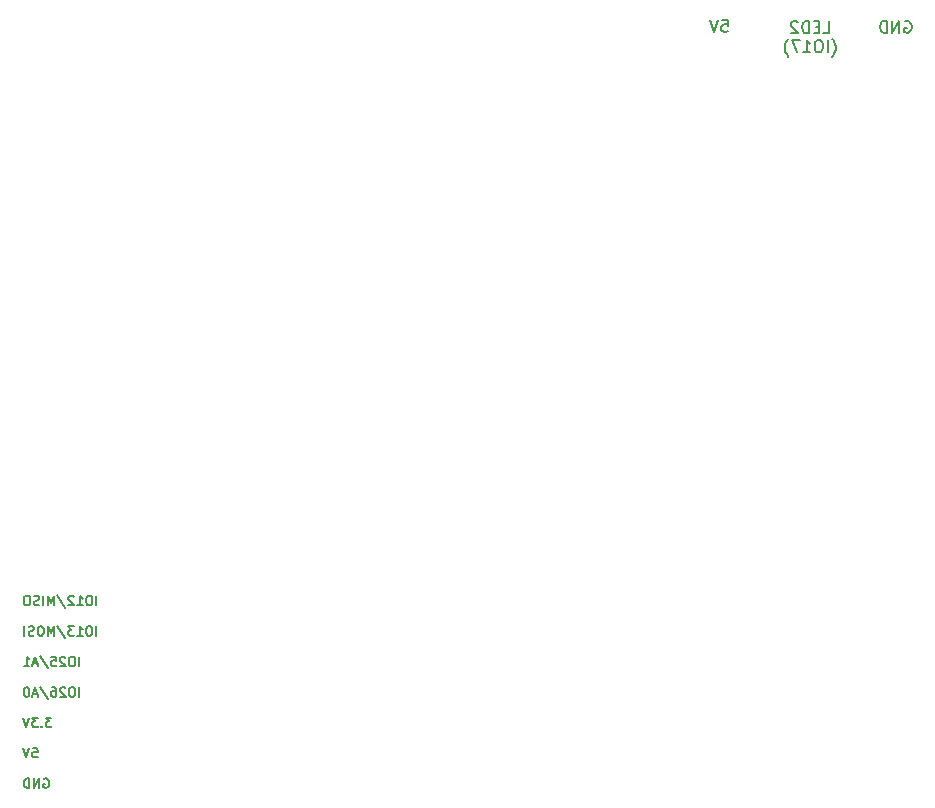
<source format=gbr>
%TF.GenerationSoftware,KiCad,Pcbnew,(6.0.4-0)*%
%TF.CreationDate,2022-07-05T13:47:21+02:00*%
%TF.ProjectId,GlowTube,476c6f77-5475-4626-952e-6b696361645f,rev?*%
%TF.SameCoordinates,Original*%
%TF.FileFunction,Legend,Bot*%
%TF.FilePolarity,Positive*%
%FSLAX46Y46*%
G04 Gerber Fmt 4.6, Leading zero omitted, Abs format (unit mm)*
G04 Created by KiCad (PCBNEW (6.0.4-0)) date 2022-07-05 13:47:21*
%MOMM*%
%LPD*%
G01*
G04 APERTURE LIST*
%ADD10C,0.150000*%
G04 APERTURE END LIST*
D10*
X97423214Y-136183904D02*
X97423214Y-135383904D01*
X96889880Y-135383904D02*
X96737500Y-135383904D01*
X96661309Y-135422000D01*
X96585119Y-135498190D01*
X96547023Y-135650571D01*
X96547023Y-135917238D01*
X96585119Y-136069619D01*
X96661309Y-136145809D01*
X96737500Y-136183904D01*
X96889880Y-136183904D01*
X96966071Y-136145809D01*
X97042261Y-136069619D01*
X97080357Y-135917238D01*
X97080357Y-135650571D01*
X97042261Y-135498190D01*
X96966071Y-135422000D01*
X96889880Y-135383904D01*
X95785119Y-136183904D02*
X96242261Y-136183904D01*
X96013690Y-136183904D02*
X96013690Y-135383904D01*
X96089880Y-135498190D01*
X96166071Y-135574380D01*
X96242261Y-135612476D01*
X95480357Y-135460095D02*
X95442261Y-135422000D01*
X95366071Y-135383904D01*
X95175595Y-135383904D01*
X95099404Y-135422000D01*
X95061309Y-135460095D01*
X95023214Y-135536285D01*
X95023214Y-135612476D01*
X95061309Y-135726761D01*
X95518452Y-136183904D01*
X95023214Y-136183904D01*
X94108928Y-135345809D02*
X94794642Y-136374380D01*
X93842261Y-136183904D02*
X93842261Y-135383904D01*
X93575595Y-135955333D01*
X93308928Y-135383904D01*
X93308928Y-136183904D01*
X92927976Y-136183904D02*
X92927976Y-135383904D01*
X92585119Y-136145809D02*
X92470833Y-136183904D01*
X92280357Y-136183904D01*
X92204166Y-136145809D01*
X92166071Y-136107714D01*
X92127976Y-136031523D01*
X92127976Y-135955333D01*
X92166071Y-135879142D01*
X92204166Y-135841047D01*
X92280357Y-135802952D01*
X92432738Y-135764857D01*
X92508928Y-135726761D01*
X92547023Y-135688666D01*
X92585119Y-135612476D01*
X92585119Y-135536285D01*
X92547023Y-135460095D01*
X92508928Y-135422000D01*
X92432738Y-135383904D01*
X92242261Y-135383904D01*
X92127976Y-135422000D01*
X91632738Y-135383904D02*
X91480357Y-135383904D01*
X91404166Y-135422000D01*
X91327976Y-135498190D01*
X91289880Y-135650571D01*
X91289880Y-135917238D01*
X91327976Y-136069619D01*
X91404166Y-136145809D01*
X91480357Y-136183904D01*
X91632738Y-136183904D01*
X91708928Y-136145809D01*
X91785119Y-136069619D01*
X91823214Y-135917238D01*
X91823214Y-135650571D01*
X91785119Y-135498190D01*
X91708928Y-135422000D01*
X91632738Y-135383904D01*
X97423214Y-138759904D02*
X97423214Y-137959904D01*
X96889880Y-137959904D02*
X96737500Y-137959904D01*
X96661309Y-137998000D01*
X96585119Y-138074190D01*
X96547023Y-138226571D01*
X96547023Y-138493238D01*
X96585119Y-138645619D01*
X96661309Y-138721809D01*
X96737500Y-138759904D01*
X96889880Y-138759904D01*
X96966071Y-138721809D01*
X97042261Y-138645619D01*
X97080357Y-138493238D01*
X97080357Y-138226571D01*
X97042261Y-138074190D01*
X96966071Y-137998000D01*
X96889880Y-137959904D01*
X95785119Y-138759904D02*
X96242261Y-138759904D01*
X96013690Y-138759904D02*
X96013690Y-137959904D01*
X96089880Y-138074190D01*
X96166071Y-138150380D01*
X96242261Y-138188476D01*
X95518452Y-137959904D02*
X95023214Y-137959904D01*
X95289880Y-138264666D01*
X95175595Y-138264666D01*
X95099404Y-138302761D01*
X95061309Y-138340857D01*
X95023214Y-138417047D01*
X95023214Y-138607523D01*
X95061309Y-138683714D01*
X95099404Y-138721809D01*
X95175595Y-138759904D01*
X95404166Y-138759904D01*
X95480357Y-138721809D01*
X95518452Y-138683714D01*
X94108928Y-137921809D02*
X94794642Y-138950380D01*
X93842261Y-138759904D02*
X93842261Y-137959904D01*
X93575595Y-138531333D01*
X93308928Y-137959904D01*
X93308928Y-138759904D01*
X92775595Y-137959904D02*
X92623214Y-137959904D01*
X92547023Y-137998000D01*
X92470833Y-138074190D01*
X92432738Y-138226571D01*
X92432738Y-138493238D01*
X92470833Y-138645619D01*
X92547023Y-138721809D01*
X92623214Y-138759904D01*
X92775595Y-138759904D01*
X92851785Y-138721809D01*
X92927976Y-138645619D01*
X92966071Y-138493238D01*
X92966071Y-138226571D01*
X92927976Y-138074190D01*
X92851785Y-137998000D01*
X92775595Y-137959904D01*
X92127976Y-138721809D02*
X92013690Y-138759904D01*
X91823214Y-138759904D01*
X91747023Y-138721809D01*
X91708928Y-138683714D01*
X91670833Y-138607523D01*
X91670833Y-138531333D01*
X91708928Y-138455142D01*
X91747023Y-138417047D01*
X91823214Y-138378952D01*
X91975595Y-138340857D01*
X92051785Y-138302761D01*
X92089880Y-138264666D01*
X92127976Y-138188476D01*
X92127976Y-138112285D01*
X92089880Y-138036095D01*
X92051785Y-137998000D01*
X91975595Y-137959904D01*
X91785119Y-137959904D01*
X91670833Y-137998000D01*
X91327976Y-138759904D02*
X91327976Y-137959904D01*
X95975595Y-141335904D02*
X95975595Y-140535904D01*
X95442261Y-140535904D02*
X95289880Y-140535904D01*
X95213690Y-140574000D01*
X95137500Y-140650190D01*
X95099404Y-140802571D01*
X95099404Y-141069238D01*
X95137500Y-141221619D01*
X95213690Y-141297809D01*
X95289880Y-141335904D01*
X95442261Y-141335904D01*
X95518452Y-141297809D01*
X95594642Y-141221619D01*
X95632738Y-141069238D01*
X95632738Y-140802571D01*
X95594642Y-140650190D01*
X95518452Y-140574000D01*
X95442261Y-140535904D01*
X94794642Y-140612095D02*
X94756547Y-140574000D01*
X94680357Y-140535904D01*
X94489880Y-140535904D01*
X94413690Y-140574000D01*
X94375595Y-140612095D01*
X94337500Y-140688285D01*
X94337500Y-140764476D01*
X94375595Y-140878761D01*
X94832738Y-141335904D01*
X94337500Y-141335904D01*
X93613690Y-140535904D02*
X93994642Y-140535904D01*
X94032738Y-140916857D01*
X93994642Y-140878761D01*
X93918452Y-140840666D01*
X93727976Y-140840666D01*
X93651785Y-140878761D01*
X93613690Y-140916857D01*
X93575595Y-140993047D01*
X93575595Y-141183523D01*
X93613690Y-141259714D01*
X93651785Y-141297809D01*
X93727976Y-141335904D01*
X93918452Y-141335904D01*
X93994642Y-141297809D01*
X94032738Y-141259714D01*
X92661309Y-140497809D02*
X93347023Y-141526380D01*
X92432738Y-141107333D02*
X92051785Y-141107333D01*
X92508928Y-141335904D02*
X92242261Y-140535904D01*
X91975595Y-141335904D01*
X91289880Y-141335904D02*
X91747023Y-141335904D01*
X91518452Y-141335904D02*
X91518452Y-140535904D01*
X91594642Y-140650190D01*
X91670833Y-140726380D01*
X91747023Y-140764476D01*
X95975595Y-143911904D02*
X95975595Y-143111904D01*
X95442261Y-143111904D02*
X95289880Y-143111904D01*
X95213690Y-143150000D01*
X95137500Y-143226190D01*
X95099404Y-143378571D01*
X95099404Y-143645238D01*
X95137500Y-143797619D01*
X95213690Y-143873809D01*
X95289880Y-143911904D01*
X95442261Y-143911904D01*
X95518452Y-143873809D01*
X95594642Y-143797619D01*
X95632738Y-143645238D01*
X95632738Y-143378571D01*
X95594642Y-143226190D01*
X95518452Y-143150000D01*
X95442261Y-143111904D01*
X94794642Y-143188095D02*
X94756547Y-143150000D01*
X94680357Y-143111904D01*
X94489880Y-143111904D01*
X94413690Y-143150000D01*
X94375595Y-143188095D01*
X94337500Y-143264285D01*
X94337500Y-143340476D01*
X94375595Y-143454761D01*
X94832738Y-143911904D01*
X94337500Y-143911904D01*
X93651785Y-143111904D02*
X93804166Y-143111904D01*
X93880357Y-143150000D01*
X93918452Y-143188095D01*
X93994642Y-143302380D01*
X94032738Y-143454761D01*
X94032738Y-143759523D01*
X93994642Y-143835714D01*
X93956547Y-143873809D01*
X93880357Y-143911904D01*
X93727976Y-143911904D01*
X93651785Y-143873809D01*
X93613690Y-143835714D01*
X93575595Y-143759523D01*
X93575595Y-143569047D01*
X93613690Y-143492857D01*
X93651785Y-143454761D01*
X93727976Y-143416666D01*
X93880357Y-143416666D01*
X93956547Y-143454761D01*
X93994642Y-143492857D01*
X94032738Y-143569047D01*
X92661309Y-143073809D02*
X93347023Y-144102380D01*
X92432738Y-143683333D02*
X92051785Y-143683333D01*
X92508928Y-143911904D02*
X92242261Y-143111904D01*
X91975595Y-143911904D01*
X91556547Y-143111904D02*
X91480357Y-143111904D01*
X91404166Y-143150000D01*
X91366071Y-143188095D01*
X91327976Y-143264285D01*
X91289880Y-143416666D01*
X91289880Y-143607142D01*
X91327976Y-143759523D01*
X91366071Y-143835714D01*
X91404166Y-143873809D01*
X91480357Y-143911904D01*
X91556547Y-143911904D01*
X91632738Y-143873809D01*
X91670833Y-143835714D01*
X91708928Y-143759523D01*
X91747023Y-143607142D01*
X91747023Y-143416666D01*
X91708928Y-143264285D01*
X91670833Y-143188095D01*
X91632738Y-143150000D01*
X91556547Y-143111904D01*
X93613690Y-145687904D02*
X93118452Y-145687904D01*
X93385119Y-145992666D01*
X93270833Y-145992666D01*
X93194642Y-146030761D01*
X93156547Y-146068857D01*
X93118452Y-146145047D01*
X93118452Y-146335523D01*
X93156547Y-146411714D01*
X93194642Y-146449809D01*
X93270833Y-146487904D01*
X93499404Y-146487904D01*
X93575595Y-146449809D01*
X93613690Y-146411714D01*
X92775595Y-146411714D02*
X92737500Y-146449809D01*
X92775595Y-146487904D01*
X92813690Y-146449809D01*
X92775595Y-146411714D01*
X92775595Y-146487904D01*
X92470833Y-145687904D02*
X91975595Y-145687904D01*
X92242261Y-145992666D01*
X92127976Y-145992666D01*
X92051785Y-146030761D01*
X92013690Y-146068857D01*
X91975595Y-146145047D01*
X91975595Y-146335523D01*
X92013690Y-146411714D01*
X92051785Y-146449809D01*
X92127976Y-146487904D01*
X92356547Y-146487904D01*
X92432738Y-146449809D01*
X92470833Y-146411714D01*
X91747023Y-145687904D02*
X91480357Y-146487904D01*
X91213690Y-145687904D01*
X92013690Y-148263904D02*
X92394642Y-148263904D01*
X92432738Y-148644857D01*
X92394642Y-148606761D01*
X92318452Y-148568666D01*
X92127976Y-148568666D01*
X92051785Y-148606761D01*
X92013690Y-148644857D01*
X91975595Y-148721047D01*
X91975595Y-148911523D01*
X92013690Y-148987714D01*
X92051785Y-149025809D01*
X92127976Y-149063904D01*
X92318452Y-149063904D01*
X92394642Y-149025809D01*
X92432738Y-148987714D01*
X91747023Y-148263904D02*
X91480357Y-149063904D01*
X91213690Y-148263904D01*
X92966071Y-150878000D02*
X93042261Y-150839904D01*
X93156547Y-150839904D01*
X93270833Y-150878000D01*
X93347023Y-150954190D01*
X93385119Y-151030380D01*
X93423214Y-151182761D01*
X93423214Y-151297047D01*
X93385119Y-151449428D01*
X93347023Y-151525619D01*
X93270833Y-151601809D01*
X93156547Y-151639904D01*
X93080357Y-151639904D01*
X92966071Y-151601809D01*
X92927976Y-151563714D01*
X92927976Y-151297047D01*
X93080357Y-151297047D01*
X92585119Y-151639904D02*
X92585119Y-150839904D01*
X92127976Y-151639904D01*
X92127976Y-150839904D01*
X91747023Y-151639904D02*
X91747023Y-150839904D01*
X91556547Y-150839904D01*
X91442261Y-150878000D01*
X91366071Y-150954190D01*
X91327976Y-151030380D01*
X91289880Y-151182761D01*
X91289880Y-151297047D01*
X91327976Y-151449428D01*
X91366071Y-151525619D01*
X91442261Y-151601809D01*
X91556547Y-151639904D01*
X91747023Y-151639904D01*
X158969047Y-87737380D02*
X159445238Y-87737380D01*
X159445238Y-86737380D01*
X158635714Y-87213571D02*
X158302380Y-87213571D01*
X158159523Y-87737380D02*
X158635714Y-87737380D01*
X158635714Y-86737380D01*
X158159523Y-86737380D01*
X157730952Y-87737380D02*
X157730952Y-86737380D01*
X157492857Y-86737380D01*
X157350000Y-86785000D01*
X157254761Y-86880238D01*
X157207142Y-86975476D01*
X157159523Y-87165952D01*
X157159523Y-87308809D01*
X157207142Y-87499285D01*
X157254761Y-87594523D01*
X157350000Y-87689761D01*
X157492857Y-87737380D01*
X157730952Y-87737380D01*
X156778571Y-86832619D02*
X156730952Y-86785000D01*
X156635714Y-86737380D01*
X156397619Y-86737380D01*
X156302380Y-86785000D01*
X156254761Y-86832619D01*
X156207142Y-86927857D01*
X156207142Y-87023095D01*
X156254761Y-87165952D01*
X156826190Y-87737380D01*
X156207142Y-87737380D01*
X159707142Y-89728333D02*
X159754761Y-89680714D01*
X159850000Y-89537857D01*
X159897619Y-89442619D01*
X159945238Y-89299761D01*
X159992857Y-89061666D01*
X159992857Y-88871190D01*
X159945238Y-88633095D01*
X159897619Y-88490238D01*
X159850000Y-88395000D01*
X159754761Y-88252142D01*
X159707142Y-88204523D01*
X159326190Y-89347380D02*
X159326190Y-88347380D01*
X158659523Y-88347380D02*
X158469047Y-88347380D01*
X158373809Y-88395000D01*
X158278571Y-88490238D01*
X158230952Y-88680714D01*
X158230952Y-89014047D01*
X158278571Y-89204523D01*
X158373809Y-89299761D01*
X158469047Y-89347380D01*
X158659523Y-89347380D01*
X158754761Y-89299761D01*
X158850000Y-89204523D01*
X158897619Y-89014047D01*
X158897619Y-88680714D01*
X158850000Y-88490238D01*
X158754761Y-88395000D01*
X158659523Y-88347380D01*
X157278571Y-89347380D02*
X157850000Y-89347380D01*
X157564285Y-89347380D02*
X157564285Y-88347380D01*
X157659523Y-88490238D01*
X157754761Y-88585476D01*
X157850000Y-88633095D01*
X156945238Y-88347380D02*
X156278571Y-88347380D01*
X156707142Y-89347380D01*
X155992857Y-89728333D02*
X155945238Y-89680714D01*
X155850000Y-89537857D01*
X155802380Y-89442619D01*
X155754761Y-89299761D01*
X155707142Y-89061666D01*
X155707142Y-88871190D01*
X155754761Y-88633095D01*
X155802380Y-88490238D01*
X155850000Y-88395000D01*
X155945238Y-88252142D01*
X155992857Y-88204523D01*
X165861904Y-86750000D02*
X165957142Y-86702380D01*
X166100000Y-86702380D01*
X166242857Y-86750000D01*
X166338095Y-86845238D01*
X166385714Y-86940476D01*
X166433333Y-87130952D01*
X166433333Y-87273809D01*
X166385714Y-87464285D01*
X166338095Y-87559523D01*
X166242857Y-87654761D01*
X166100000Y-87702380D01*
X166004761Y-87702380D01*
X165861904Y-87654761D01*
X165814285Y-87607142D01*
X165814285Y-87273809D01*
X166004761Y-87273809D01*
X165385714Y-87702380D02*
X165385714Y-86702380D01*
X164814285Y-87702380D01*
X164814285Y-86702380D01*
X164338095Y-87702380D02*
X164338095Y-86702380D01*
X164100000Y-86702380D01*
X163957142Y-86750000D01*
X163861904Y-86845238D01*
X163814285Y-86940476D01*
X163766666Y-87130952D01*
X163766666Y-87273809D01*
X163814285Y-87464285D01*
X163861904Y-87559523D01*
X163957142Y-87654761D01*
X164100000Y-87702380D01*
X164338095Y-87702380D01*
X150380476Y-86622380D02*
X150856666Y-86622380D01*
X150904285Y-87098571D01*
X150856666Y-87050952D01*
X150761428Y-87003333D01*
X150523333Y-87003333D01*
X150428095Y-87050952D01*
X150380476Y-87098571D01*
X150332857Y-87193809D01*
X150332857Y-87431904D01*
X150380476Y-87527142D01*
X150428095Y-87574761D01*
X150523333Y-87622380D01*
X150761428Y-87622380D01*
X150856666Y-87574761D01*
X150904285Y-87527142D01*
X150047142Y-86622380D02*
X149713809Y-87622380D01*
X149380476Y-86622380D01*
M02*

</source>
